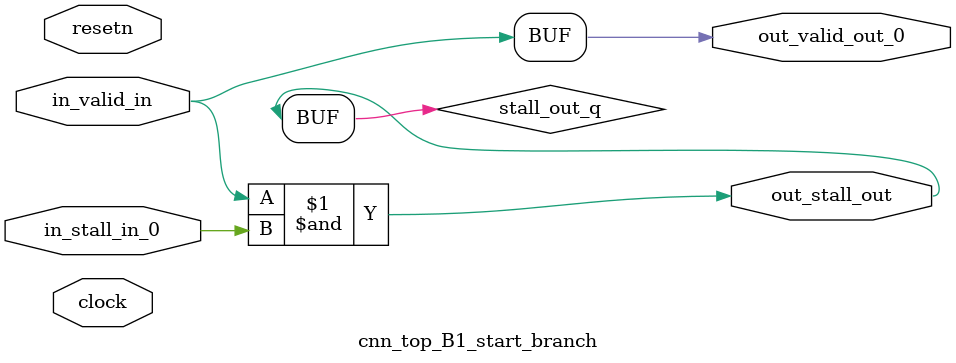
<source format=sv>



(* altera_attribute = "-name AUTO_SHIFT_REGISTER_RECOGNITION OFF; -name MESSAGE_DISABLE 10036; -name MESSAGE_DISABLE 10037; -name MESSAGE_DISABLE 14130; -name MESSAGE_DISABLE 14320; -name MESSAGE_DISABLE 15400; -name MESSAGE_DISABLE 14130; -name MESSAGE_DISABLE 10036; -name MESSAGE_DISABLE 12020; -name MESSAGE_DISABLE 12030; -name MESSAGE_DISABLE 12010; -name MESSAGE_DISABLE 12110; -name MESSAGE_DISABLE 14320; -name MESSAGE_DISABLE 13410; -name MESSAGE_DISABLE 113007; -name MESSAGE_DISABLE 10958" *)
module cnn_top_B1_start_branch (
    input wire [0:0] in_stall_in_0,
    input wire [0:0] in_valid_in,
    output wire [0:0] out_stall_out,
    output wire [0:0] out_valid_out_0,
    input wire clock,
    input wire resetn
    );

    wire [0:0] stall_out_q;


    // stall_out(LOGICAL,6)
    assign stall_out_q = in_valid_in & in_stall_in_0;

    // out_stall_out(GPOUT,4)
    assign out_stall_out = stall_out_q;

    // out_valid_out_0(GPOUT,5)
    assign out_valid_out_0 = in_valid_in;

endmodule

</source>
